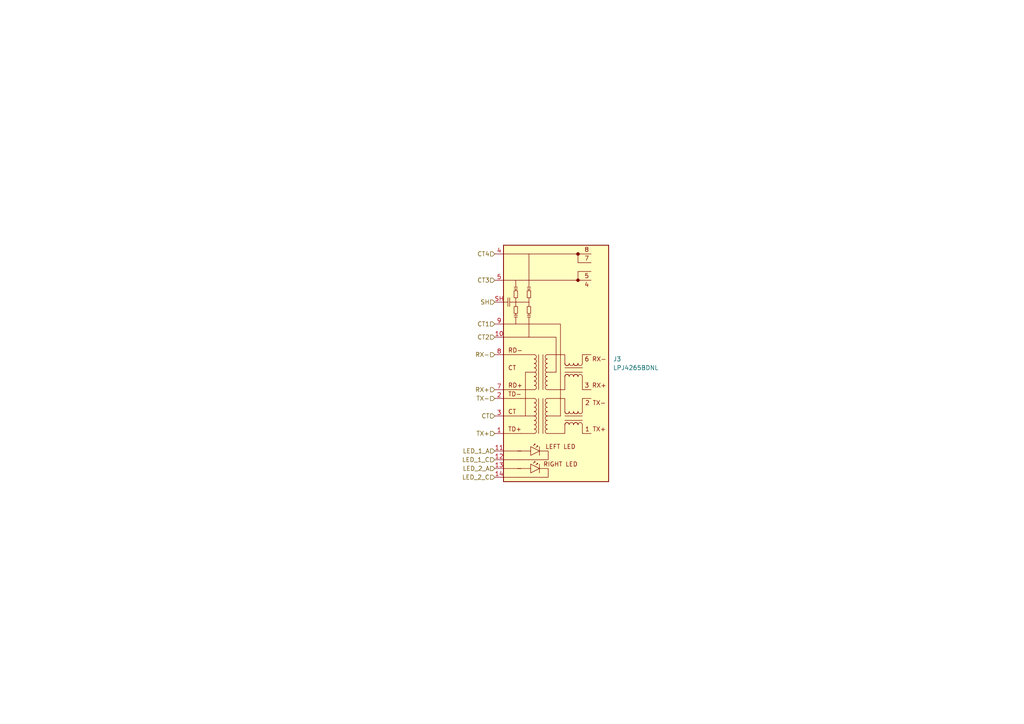
<source format=kicad_sch>
(kicad_sch (version 20211123) (generator eeschema)

  (uuid 1895faed-13c7-4877-930c-ef39a1d7419c)

  (paper "A4")

  (lib_symbols
    (symbol "b135:LPJ4265BDNL" (pin_names (offset 1.016) hide) (in_bom yes) (on_board yes)
      (property "Reference" "J" (id 0) (at 0 -38.1 0)
        (effects (font (size 1.27 1.27)))
      )
      (property "Value" "LPJ4265BDNL" (id 1) (at 0 -35.56 0)
        (effects (font (size 1.27 1.27)))
      )
      (property "Footprint" "b135:LPJ4265BDNL" (id 2) (at 0 35.56 0)
        (effects (font (size 1.27 1.27)) hide)
      )
      (property "Datasheet" "" (id 3) (at -3.81 -21.59 0)
        (effects (font (size 1.27 1.27)) hide)
      )
      (property "ki_keywords" "single port ethernet transformer poe center-tap" (id 4) (at 0 0 0)
        (effects (font (size 1.27 1.27)) hide)
      )
      (property "ki_description" "LPJ4265BDNL" (id 5) (at 0 0 0)
        (effects (font (size 1.27 1.27)) hide)
      )
      (property "ki_fp_filters" "RJ45*Abracon*ARJP11A?MA*" (id 6) (at 0 0 0)
        (effects (font (size 1.27 1.27)) hide)
      )
      (symbol "LPJ4265BDNL_0_0"
        (rectangle (start -15.24 -34.29) (end 15.24 34.29)
          (stroke (width 0.254) (type default) (color 0 0 0 0))
          (fill (type background))
        )
        (polyline
          (pts
            (xy -15.24 -33.02)
            (xy -10.16 -33.02)
          )
          (stroke (width 0) (type default) (color 0 0 0 0))
          (fill (type none))
        )
        (polyline
          (pts
            (xy -15.24 -30.48)
            (xy -10.16 -30.48)
          )
          (stroke (width 0) (type default) (color 0 0 0 0))
          (fill (type none))
        )
        (polyline
          (pts
            (xy -15.24 -27.94)
            (xy -10.16 -27.94)
          )
          (stroke (width 0) (type default) (color 0 0 0 0))
          (fill (type none))
        )
        (polyline
          (pts
            (xy -15.24 -25.4)
            (xy -10.16 -25.4)
          )
          (stroke (width 0) (type default) (color 0 0 0 0))
          (fill (type none))
        )
        (polyline
          (pts
            (xy -15.24 -20.32)
            (xy -10.16 -20.32)
          )
          (stroke (width 0) (type default) (color 0 0 0 0))
          (fill (type none))
        )
        (polyline
          (pts
            (xy -15.24 -15.24)
            (xy -10.16 -15.24)
          )
          (stroke (width 0) (type default) (color 0 0 0 0))
          (fill (type none))
        )
        (polyline
          (pts
            (xy -15.24 -10.16)
            (xy -10.16 -10.16)
          )
          (stroke (width 0) (type default) (color 0 0 0 0))
          (fill (type none))
        )
        (polyline
          (pts
            (xy -15.24 -7.62)
            (xy -10.16 -7.62)
          )
          (stroke (width 0) (type default) (color 0 0 0 0))
          (fill (type none))
        )
        (polyline
          (pts
            (xy -15.24 2.54)
            (xy -10.16 2.54)
          )
          (stroke (width 0) (type default) (color 0 0 0 0))
          (fill (type none))
        )
        (polyline
          (pts
            (xy -15.24 24.13)
            (xy 10.16 24.13)
          )
          (stroke (width 0) (type default) (color 0 0 0 0))
          (fill (type none))
        )
        (polyline
          (pts
            (xy -15.24 31.75)
            (xy 10.16 31.75)
          )
          (stroke (width 0) (type default) (color 0 0 0 0))
          (fill (type none))
        )
        (polyline
          (pts
            (xy -11.176 -25.4)
            (xy -7.366 -25.4)
          )
          (stroke (width 0) (type default) (color 0 0 0 0))
          (fill (type none))
        )
        (polyline
          (pts
            (xy 6.35 24.13)
            (xy 6.35 26.67)
            (xy 10.16 26.67)
          )
          (stroke (width 0) (type default) (color 0 0 0 0))
          (fill (type none))
        )
        (polyline
          (pts
            (xy 6.35 31.75)
            (xy 6.35 29.21)
            (xy 10.16 29.21)
          )
          (stroke (width 0) (type default) (color 0 0 0 0))
          (fill (type none))
        )
        (polyline
          (pts
            (xy -4.826 -25.4)
            (xy -2.286 -25.4)
            (xy -2.286 -27.94)
            (xy -11.176 -27.94)
          )
          (stroke (width 0) (type default) (color 0 0 0 0))
          (fill (type none))
        )
        (text "1 TX+" (at 11.43 -19.05 0)
          (effects (font (size 1.27 1.27)))
        )
        (text "2 TX-" (at 11.43 -11.43 0)
          (effects (font (size 1.27 1.27)))
        )
        (text "3 RX+" (at 11.43 -6.35 0)
          (effects (font (size 1.27 1.27)))
        )
        (text "4" (at 8.89 22.86 0)
          (effects (font (size 1.27 1.27)))
        )
        (text "5" (at 8.89 25.4 0)
          (effects (font (size 1.27 1.27)))
        )
        (text "6 RX-" (at 11.43 1.27 0)
          (effects (font (size 1.27 1.27)))
        )
        (text "7" (at 8.89 30.48 0)
          (effects (font (size 1.27 1.27)))
        )
        (text "8" (at 8.89 33.02 0)
          (effects (font (size 1.27 1.27)))
        )
        (text "CT" (at -13.97 -1.27 0)
          (effects (font (size 1.27 1.27)) (justify left))
        )
        (text "LEFT LED" (at 1.27 -24.13 0)
          (effects (font (size 1.27 1.27)))
        )
        (text "RD-" (at -13.97 3.81 0)
          (effects (font (size 1.27 1.27)) (justify left))
        )
      )
      (symbol "LPJ4265BDNL_0_1"
        (arc (start -6.35 -16.51) (mid -5.715 -15.875) (end -6.35 -15.24)
          (stroke (width 0) (type default) (color 0 0 0 0))
          (fill (type none))
        )
        (arc (start -6.35 -15.24) (mid -5.715 -14.605) (end -6.35 -13.97)
          (stroke (width 0) (type default) (color 0 0 0 0))
          (fill (type none))
        )
        (arc (start -6.35 -13.97) (mid -6.35 -16.51) (end -6.35 -13.97)
          (stroke (width 0) (type default) (color 0 0 0 0))
          (fill (type none))
        )
        (arc (start -6.35 -11.43) (mid -5.715 -10.795) (end -6.35 -10.16)
          (stroke (width 0) (type default) (color 0 0 0 0))
          (fill (type none))
        )
        (polyline
          (pts
            (xy -15.24 17.78)
            (xy -13.97 17.78)
          )
          (stroke (width 0) (type default) (color 0 0 0 0))
          (fill (type none))
        )
        (polyline
          (pts
            (xy -13.97 19.05)
            (xy -13.97 16.51)
          )
          (stroke (width 0) (type default) (color 0 0 0 0))
          (fill (type none))
        )
        (polyline
          (pts
            (xy -13.462 17.78)
            (xy -7.874 17.78)
          )
          (stroke (width 0) (type default) (color 0 0 0 0))
          (fill (type none))
        )
        (polyline
          (pts
            (xy -13.462 19.05)
            (xy -13.462 16.51)
          )
          (stroke (width 0) (type default) (color 0 0 0 0))
          (fill (type none))
        )
        (polyline
          (pts
            (xy -12.192 22.098)
            (xy -11.176 22.098)
          )
          (stroke (width 0) (type default) (color 0 0 0 0))
          (fill (type none))
        )
        (polyline
          (pts
            (xy -11.684 13.462)
            (xy -11.684 11.43)
          )
          (stroke (width 0) (type default) (color 0 0 0 0))
          (fill (type none))
        )
        (polyline
          (pts
            (xy -11.684 22.098)
            (xy -11.684 24.13)
          )
          (stroke (width 0) (type default) (color 0 0 0 0))
          (fill (type none))
        )
        (polyline
          (pts
            (xy -11.176 13.462)
            (xy -12.192 13.462)
          )
          (stroke (width 0) (type default) (color 0 0 0 0))
          (fill (type none))
        )
        (polyline
          (pts
            (xy -8.382 22.098)
            (xy -7.366 22.098)
          )
          (stroke (width 0) (type default) (color 0 0 0 0))
          (fill (type none))
        )
        (polyline
          (pts
            (xy -7.874 13.462)
            (xy -7.874 7.62)
          )
          (stroke (width 0) (type default) (color 0 0 0 0))
          (fill (type none))
        )
        (polyline
          (pts
            (xy -7.874 22.098)
            (xy -7.874 31.75)
          )
          (stroke (width 0) (type default) (color 0 0 0 0))
          (fill (type none))
        )
        (polyline
          (pts
            (xy -7.366 13.462)
            (xy -8.382 13.462)
          )
          (stroke (width 0) (type default) (color 0 0 0 0))
          (fill (type none))
        )
        (polyline
          (pts
            (xy -6.35 -20.32)
            (xy -10.16 -20.32)
          )
          (stroke (width 0) (type default) (color 0 0 0 0))
          (fill (type none))
        )
        (polyline
          (pts
            (xy -6.35 -15.24)
            (xy -10.16 -15.24)
          )
          (stroke (width 0) (type default) (color 0 0 0 0))
          (fill (type none))
        )
        (polyline
          (pts
            (xy -6.35 -10.16)
            (xy -10.16 -10.16)
          )
          (stroke (width 0) (type default) (color 0 0 0 0))
          (fill (type none))
        )
        (polyline
          (pts
            (xy -6.35 -7.62)
            (xy -10.16 -7.62)
          )
          (stroke (width 0) (type default) (color 0 0 0 0))
          (fill (type none))
        )
        (polyline
          (pts
            (xy -6.35 2.54)
            (xy -10.16 2.54)
          )
          (stroke (width 0) (type default) (color 0 0 0 0))
          (fill (type none))
        )
        (polyline
          (pts
            (xy -6.096 -28.448)
            (xy -6.35 -28.448)
          )
          (stroke (width 0) (type default) (color 0 0 0 0))
          (fill (type none))
        )
        (polyline
          (pts
            (xy -5.334 -28.956)
            (xy -5.588 -28.956)
          )
          (stroke (width 0) (type default) (color 0 0 0 0))
          (fill (type none))
        )
        (polyline
          (pts
            (xy -4.826 -24.13)
            (xy -4.826 -26.67)
          )
          (stroke (width 0) (type default) (color 0 0 0 0))
          (fill (type none))
        )
        (polyline
          (pts
            (xy -2.54 -15.24)
            (xy 1.27 -15.24)
          )
          (stroke (width 0) (type default) (color 0 0 0 0))
          (fill (type none))
        )
        (polyline
          (pts
            (xy -6.604 -28.956)
            (xy -6.096 -28.448)
            (xy -6.096 -28.702)
          )
          (stroke (width 0) (type default) (color 0 0 0 0))
          (fill (type none))
        )
        (polyline
          (pts
            (xy -6.35 -2.54)
            (xy -8.89 -2.54)
            (xy -8.89 -15.24)
          )
          (stroke (width 0) (type default) (color 0 0 0 0))
          (fill (type none))
        )
        (polyline
          (pts
            (xy -5.842 -29.464)
            (xy -5.334 -28.956)
            (xy -5.334 -29.21)
          )
          (stroke (width 0) (type default) (color 0 0 0 0))
          (fill (type none))
        )
        (polyline
          (pts
            (xy -2.54 -2.54)
            (xy -1.27 -2.54)
            (xy 0 -2.54)
          )
          (stroke (width 0) (type default) (color 0 0 0 0))
          (fill (type none))
        )
        (polyline
          (pts
            (xy 0 -2.54)
            (xy 0 7.62)
            (xy -15.24 7.62)
          )
          (stroke (width 0) (type default) (color 0 0 0 0))
          (fill (type none))
        )
        (polyline
          (pts
            (xy 1.27 -15.24)
            (xy 1.27 11.43)
            (xy -15.24 11.43)
          )
          (stroke (width 0) (type default) (color 0 0 0 0))
          (fill (type none))
        )
        (polyline
          (pts
            (xy -11.684 14.478)
            (xy -11.684 13.97)
            (xy -12.192 13.97)
            (xy -11.176 13.97)
          )
          (stroke (width 0) (type default) (color 0 0 0 0))
          (fill (type none))
        )
        (polyline
          (pts
            (xy -11.684 21.082)
            (xy -11.684 21.59)
            (xy -11.176 21.59)
            (xy -12.192 21.59)
          )
          (stroke (width 0) (type default) (color 0 0 0 0))
          (fill (type none))
        )
        (polyline
          (pts
            (xy -7.874 14.478)
            (xy -7.874 13.97)
            (xy -8.382 13.97)
            (xy -7.366 13.97)
          )
          (stroke (width 0) (type default) (color 0 0 0 0))
          (fill (type none))
        )
        (polyline
          (pts
            (xy -7.874 21.082)
            (xy -7.874 21.59)
            (xy -7.366 21.59)
            (xy -8.382 21.59)
          )
          (stroke (width 0) (type default) (color 0 0 0 0))
          (fill (type none))
        )
        (polyline
          (pts
            (xy -7.366 -24.13)
            (xy -7.366 -26.67)
            (xy -4.826 -25.4)
            (xy -7.366 -24.13)
          )
          (stroke (width 0) (type default) (color 0 0 0 0))
          (fill (type none))
        )
        (polyline
          (pts
            (xy -11.684 17.78)
            (xy -11.684 16.51)
            (xy -11.176 16.51)
            (xy -11.176 14.478)
            (xy -12.192 14.478)
            (xy -12.192 16.51)
            (xy -11.684 16.51)
          )
          (stroke (width 0) (type default) (color 0 0 0 0))
          (fill (type none))
        )
        (polyline
          (pts
            (xy -11.684 17.78)
            (xy -11.684 19.05)
            (xy -12.192 19.05)
            (xy -12.192 21.082)
            (xy -11.176 21.082)
            (xy -11.176 19.05)
            (xy -11.684 19.05)
          )
          (stroke (width 0) (type default) (color 0 0 0 0))
          (fill (type none))
        )
        (polyline
          (pts
            (xy -7.874 17.78)
            (xy -7.874 16.51)
            (xy -7.366 16.51)
            (xy -7.366 14.478)
            (xy -8.382 14.478)
            (xy -8.382 16.51)
            (xy -7.874 16.51)
          )
          (stroke (width 0) (type default) (color 0 0 0 0))
          (fill (type none))
        )
        (polyline
          (pts
            (xy -7.874 17.78)
            (xy -7.874 19.05)
            (xy -8.382 19.05)
            (xy -8.382 21.082)
            (xy -7.366 21.082)
            (xy -7.366 19.05)
            (xy -7.874 19.05)
          )
          (stroke (width 0) (type default) (color 0 0 0 0))
          (fill (type none))
        )
      )
      (symbol "LPJ4265BDNL_1_1"
        (arc (start -6.35 -20.32) (mid -5.715 -19.685) (end -6.35 -19.05)
          (stroke (width 0) (type default) (color 0 0 0 0))
          (fill (type none))
        )
        (arc (start -6.35 -19.05) (mid -5.715 -18.415) (end -6.35 -17.78)
          (stroke (width 0) (type default) (color 0 0 0 0))
          (fill (type none))
        )
        (arc (start -6.35 -17.78) (mid -6.35 -20.32) (end -6.35 -17.78)
          (stroke (width 0) (type default) (color 0 0 0 0))
          (fill (type none))
        )
        (arc (start -6.35 -17.78) (mid -5.715 -17.145) (end -6.35 -16.51)
          (stroke (width 0) (type default) (color 0 0 0 0))
          (fill (type none))
        )
        (arc (start -6.35 -13.97) (mid -5.715 -13.335) (end -6.35 -12.7)
          (stroke (width 0) (type default) (color 0 0 0 0))
          (fill (type none))
        )
        (arc (start -6.35 -12.7) (mid -5.715 -12.065) (end -6.35 -11.43)
          (stroke (width 0) (type default) (color 0 0 0 0))
          (fill (type none))
        )
        (arc (start -6.35 -7.62) (mid -5.715 -6.985) (end -6.35 -6.35)
          (stroke (width 0) (type default) (color 0 0 0 0))
          (fill (type none))
        )
        (arc (start -6.35 -6.35) (mid -5.715 -5.715) (end -6.35 -5.08)
          (stroke (width 0) (type default) (color 0 0 0 0))
          (fill (type none))
        )
        (arc (start -6.35 -5.08) (mid -6.35 -7.62) (end -6.35 -5.08)
          (stroke (width 0) (type default) (color 0 0 0 0))
          (fill (type none))
        )
        (arc (start -6.35 -5.08) (mid -5.715 -4.445) (end -6.35 -3.81)
          (stroke (width 0) (type default) (color 0 0 0 0))
          (fill (type none))
        )
        (arc (start -6.35 -3.81) (mid -6.35 -6.35) (end -6.35 -3.81)
          (stroke (width 0) (type default) (color 0 0 0 0))
          (fill (type none))
        )
        (arc (start -6.35 -3.81) (mid -5.715 -3.175) (end -6.35 -2.54)
          (stroke (width 0) (type default) (color 0 0 0 0))
          (fill (type none))
        )
        (arc (start -6.35 -2.54) (mid -5.715 -1.905) (end -6.35 -1.27)
          (stroke (width 0) (type default) (color 0 0 0 0))
          (fill (type none))
        )
        (arc (start -6.35 -1.27) (mid -5.715 -0.635) (end -6.35 0)
          (stroke (width 0) (type default) (color 0 0 0 0))
          (fill (type none))
        )
        (arc (start -6.35 0) (mid -5.715 0.635) (end -6.35 1.27)
          (stroke (width 0) (type default) (color 0 0 0 0))
          (fill (type none))
        )
        (arc (start -6.35 1.27) (mid -6.35 -1.27) (end -6.35 1.27)
          (stroke (width 0) (type default) (color 0 0 0 0))
          (fill (type none))
        )
        (arc (start -6.35 1.27) (mid -5.715 1.905) (end -6.35 2.54)
          (stroke (width 0) (type default) (color 0 0 0 0))
          (fill (type none))
        )
        (arc (start -2.54 -19.05) (mid -3.175 -19.685) (end -2.54 -20.32)
          (stroke (width 0) (type default) (color 0 0 0 0))
          (fill (type none))
        )
        (arc (start -2.54 -19.05) (mid -2.54 -16.51) (end -2.54 -19.05)
          (stroke (width 0) (type default) (color 0 0 0 0))
          (fill (type none))
        )
        (arc (start -2.54 -17.78) (mid -3.175 -18.415) (end -2.54 -19.05)
          (stroke (width 0) (type default) (color 0 0 0 0))
          (fill (type none))
        )
        (arc (start -2.54 -16.51) (mid -3.175 -17.145) (end -2.54 -17.78)
          (stroke (width 0) (type default) (color 0 0 0 0))
          (fill (type none))
        )
        (arc (start -2.54 -15.24) (mid -3.175 -15.875) (end -2.54 -16.51)
          (stroke (width 0) (type default) (color 0 0 0 0))
          (fill (type none))
        )
        (arc (start -2.54 -15.24) (mid -2.54 -12.7) (end -2.54 -15.24)
          (stroke (width 0) (type default) (color 0 0 0 0))
          (fill (type none))
        )
        (arc (start -2.54 -13.97) (mid -3.175 -14.605) (end -2.54 -15.24)
          (stroke (width 0) (type default) (color 0 0 0 0))
          (fill (type none))
        )
        (arc (start -2.54 -12.7) (mid -3.175 -13.335) (end -2.54 -13.97)
          (stroke (width 0) (type default) (color 0 0 0 0))
          (fill (type none))
        )
        (arc (start -2.54 -11.43) (mid -3.175 -12.065) (end -2.54 -12.7)
          (stroke (width 0) (type default) (color 0 0 0 0))
          (fill (type none))
        )
        (arc (start -2.54 -10.16) (mid -3.175 -10.795) (end -2.54 -11.43)
          (stroke (width 0) (type default) (color 0 0 0 0))
          (fill (type none))
        )
        (arc (start -2.54 -6.35) (mid -3.175 -6.985) (end -2.54 -7.62)
          (stroke (width 0) (type default) (color 0 0 0 0))
          (fill (type none))
        )
        (arc (start -2.54 -6.35) (mid -2.54 -3.81) (end -2.54 -6.35)
          (stroke (width 0) (type default) (color 0 0 0 0))
          (fill (type none))
        )
        (arc (start -2.54 -5.08) (mid -3.175 -5.715) (end -2.54 -6.35)
          (stroke (width 0) (type default) (color 0 0 0 0))
          (fill (type none))
        )
        (arc (start -2.54 -3.81) (mid -3.175 -4.445) (end -2.54 -5.08)
          (stroke (width 0) (type default) (color 0 0 0 0))
          (fill (type none))
        )
        (arc (start -2.54 -3.81) (mid -2.54 -1.27) (end -2.54 -3.81)
          (stroke (width 0) (type default) (color 0 0 0 0))
          (fill (type none))
        )
        (arc (start -2.54 -2.54) (mid -3.175 -3.175) (end -2.54 -3.81)
          (stroke (width 0) (type default) (color 0 0 0 0))
          (fill (type none))
        )
        (arc (start -2.54 -1.27) (mid -3.175 -1.905) (end -2.54 -2.54)
          (stroke (width 0) (type default) (color 0 0 0 0))
          (fill (type none))
        )
        (arc (start -2.54 0) (mid -3.175 -0.635) (end -2.54 -1.27)
          (stroke (width 0) (type default) (color 0 0 0 0))
          (fill (type none))
        )
        (arc (start -2.54 0) (mid -2.54 2.54) (end -2.54 0)
          (stroke (width 0) (type default) (color 0 0 0 0))
          (fill (type none))
        )
        (arc (start -2.54 1.27) (mid -3.175 0.635) (end -2.54 0)
          (stroke (width 0) (type default) (color 0 0 0 0))
          (fill (type none))
        )
        (arc (start -2.54 2.54) (mid -3.175 1.905) (end -2.54 1.27)
          (stroke (width 0) (type default) (color 0 0 0 0))
          (fill (type none))
        )
        (polyline
          (pts
            (xy -11.176 -30.48)
            (xy -7.366 -30.48)
          )
          (stroke (width 0) (type default) (color 0 0 0 0))
          (fill (type none))
        )
        (polyline
          (pts
            (xy -6.096 -23.368)
            (xy -6.35 -23.368)
          )
          (stroke (width 0) (type default) (color 0 0 0 0))
          (fill (type none))
        )
        (polyline
          (pts
            (xy -5.334 -23.876)
            (xy -5.588 -23.876)
          )
          (stroke (width 0) (type default) (color 0 0 0 0))
          (fill (type none))
        )
        (polyline
          (pts
            (xy -5.08 -10.16)
            (xy -5.08 -20.32)
          )
          (stroke (width 0) (type default) (color 0 0 0 0))
          (fill (type none))
        )
        (polyline
          (pts
            (xy -5.08 2.54)
            (xy -5.08 -7.62)
          )
          (stroke (width 0) (type default) (color 0 0 0 0))
          (fill (type none))
        )
        (polyline
          (pts
            (xy -4.826 -29.21)
            (xy -4.826 -31.75)
          )
          (stroke (width 0) (type default) (color 0 0 0 0))
          (fill (type none))
        )
        (polyline
          (pts
            (xy -3.81 -20.32)
            (xy -3.81 -10.16)
          )
          (stroke (width 0) (type default) (color 0 0 0 0))
          (fill (type none))
        )
        (polyline
          (pts
            (xy -3.81 -7.62)
            (xy -3.81 2.54)
          )
          (stroke (width 0) (type default) (color 0 0 0 0))
          (fill (type none))
        )
        (polyline
          (pts
            (xy 2.54 -16.51)
            (xy 7.62 -16.51)
          )
          (stroke (width 0) (type default) (color 0 0 0 0))
          (fill (type none))
        )
        (polyline
          (pts
            (xy 2.54 -2.54)
            (xy 7.62 -2.54)
          )
          (stroke (width 0) (type default) (color 0 0 0 0))
          (fill (type none))
        )
        (polyline
          (pts
            (xy 7.62 -15.24)
            (xy 2.54 -15.24)
          )
          (stroke (width 0) (type default) (color 0 0 0 0))
          (fill (type none))
        )
        (polyline
          (pts
            (xy 7.62 -1.27)
            (xy 2.54 -1.27)
          )
          (stroke (width 0) (type default) (color 0 0 0 0))
          (fill (type none))
        )
        (polyline
          (pts
            (xy -6.604 -23.876)
            (xy -6.096 -23.368)
            (xy -6.096 -23.622)
          )
          (stroke (width 0) (type default) (color 0 0 0 0))
          (fill (type none))
        )
        (polyline
          (pts
            (xy -5.842 -24.384)
            (xy -5.334 -23.876)
            (xy -5.334 -24.13)
          )
          (stroke (width 0) (type default) (color 0 0 0 0))
          (fill (type none))
        )
        (polyline
          (pts
            (xy -2.54 -10.16)
            (xy 2.54 -10.16)
            (xy 2.54 -13.97)
          )
          (stroke (width 0) (type default) (color 0 0 0 0))
          (fill (type none))
        )
        (polyline
          (pts
            (xy -2.54 -7.62)
            (xy 2.54 -7.62)
            (xy 2.54 -3.81)
          )
          (stroke (width 0) (type default) (color 0 0 0 0))
          (fill (type none))
        )
        (polyline
          (pts
            (xy -2.54 2.54)
            (xy 2.54 2.54)
            (xy 2.54 0)
          )
          (stroke (width 0) (type default) (color 0 0 0 0))
          (fill (type none))
        )
        (polyline
          (pts
            (xy 2.54 -17.78)
            (xy 2.54 -20.32)
            (xy -2.54 -20.32)
          )
          (stroke (width 0) (type default) (color 0 0 0 0))
          (fill (type none))
        )
        (polyline
          (pts
            (xy 7.62 -17.78)
            (xy 7.62 -20.32)
            (xy 10.16 -20.32)
          )
          (stroke (width 0) (type default) (color 0 0 0 0))
          (fill (type none))
        )
        (polyline
          (pts
            (xy 7.62 -13.97)
            (xy 7.62 -10.16)
            (xy 10.16 -10.16)
          )
          (stroke (width 0) (type default) (color 0 0 0 0))
          (fill (type none))
        )
        (polyline
          (pts
            (xy 7.62 -3.81)
            (xy 7.62 -7.62)
            (xy 10.16 -7.62)
          )
          (stroke (width 0) (type default) (color 0 0 0 0))
          (fill (type none))
        )
        (polyline
          (pts
            (xy 7.62 0)
            (xy 7.62 2.54)
            (xy 10.16 2.54)
          )
          (stroke (width 0) (type default) (color 0 0 0 0))
          (fill (type none))
        )
        (polyline
          (pts
            (xy -7.366 -29.21)
            (xy -7.366 -31.75)
            (xy -4.826 -30.48)
            (xy -7.366 -29.21)
          )
          (stroke (width 0) (type default) (color 0 0 0 0))
          (fill (type none))
        )
        (polyline
          (pts
            (xy -4.826 -30.48)
            (xy -2.286 -30.48)
            (xy -2.286 -33.02)
            (xy -11.176 -33.02)
          )
          (stroke (width 0) (type default) (color 0 0 0 0))
          (fill (type none))
        )
        (arc (start 2.54 -17.78) (mid 5.08 -17.78) (end 2.54 -17.78)
          (stroke (width 0) (type default) (color 0 0 0 0))
          (fill (type none))
        )
        (arc (start 2.54 -13.97) (mid 3.175 -14.605) (end 3.81 -13.97)
          (stroke (width 0) (type default) (color 0 0 0 0))
          (fill (type none))
        )
        (arc (start 2.54 -13.97) (mid 3.175 -14.605) (end 3.81 -13.97)
          (stroke (width 0) (type default) (color 0 0 0 0))
          (fill (type none))
        )
        (arc (start 2.54 -3.81) (mid 5.08 -3.81) (end 2.54 -3.81)
          (stroke (width 0) (type default) (color 0 0 0 0))
          (fill (type none))
        )
        (arc (start 2.54 0) (mid 3.175 -0.635) (end 3.81 0)
          (stroke (width 0) (type default) (color 0 0 0 0))
          (fill (type none))
        )
        (arc (start 2.54 0) (mid 3.175 -0.635) (end 3.81 0)
          (stroke (width 0) (type default) (color 0 0 0 0))
          (fill (type none))
        )
        (arc (start 3.81 -17.78) (mid 3.175 -17.145) (end 2.54 -17.78)
          (stroke (width 0) (type default) (color 0 0 0 0))
          (fill (type none))
        )
        (arc (start 3.81 -17.78) (mid 3.175 -17.145) (end 2.54 -17.78)
          (stroke (width 0) (type default) (color 0 0 0 0))
          (fill (type none))
        )
        (arc (start 3.81 -13.97) (mid 1.27 -13.97) (end 3.81 -13.97)
          (stroke (width 0) (type default) (color 0 0 0 0))
          (fill (type none))
        )
        (arc (start 3.81 -13.97) (mid 4.445 -14.605) (end 5.08 -13.97)
          (stroke (width 0) (type default) (color 0 0 0 0))
          (fill (type none))
        )
        (arc (start 3.81 -3.81) (mid 3.175 -3.175) (end 2.54 -3.81)
          (stroke (width 0) (type default) (color 0 0 0 0))
          (fill (type none))
        )
        (arc (start 3.81 -3.81) (mid 3.175 -3.175) (end 2.54 -3.81)
          (stroke (width 0) (type default) (color 0 0 0 0))
          (fill (type none))
        )
        (arc (start 3.81 0) (mid 1.27 0) (end 3.81 0)
          (stroke (width 0) (type default) (color 0 0 0 0))
          (fill (type none))
        )
        (arc (start 3.81 0) (mid 4.445 -0.635) (end 5.08 0)
          (stroke (width 0) (type default) (color 0 0 0 0))
          (fill (type none))
        )
        (arc (start 5.08 -17.78) (mid 4.445 -17.145) (end 3.81 -17.78)
          (stroke (width 0) (type default) (color 0 0 0 0))
          (fill (type none))
        )
        (arc (start 5.08 -17.78) (mid 7.62 -17.78) (end 5.08 -17.78)
          (stroke (width 0) (type default) (color 0 0 0 0))
          (fill (type none))
        )
        (arc (start 5.08 -13.97) (mid 5.715 -14.605) (end 6.35 -13.97)
          (stroke (width 0) (type default) (color 0 0 0 0))
          (fill (type none))
        )
        (arc (start 5.08 -13.97) (mid 5.715 -14.605) (end 6.35 -13.97)
          (stroke (width 0) (type default) (color 0 0 0 0))
          (fill (type none))
        )
        (arc (start 5.08 -3.81) (mid 4.445 -3.175) (end 3.81 -3.81)
          (stroke (width 0) (type default) (color 0 0 0 0))
          (fill (type none))
        )
        (arc (start 5.08 -3.81) (mid 7.62 -3.81) (end 5.08 -3.81)
          (stroke (width 0) (type default) (color 0 0 0 0))
          (fill (type none))
        )
        (arc (start 5.08 0) (mid 5.715 -0.635) (end 6.35 0)
          (stroke (width 0) (type default) (color 0 0 0 0))
          (fill (type none))
        )
        (arc (start 5.08 0) (mid 5.715 -0.635) (end 6.35 0)
          (stroke (width 0) (type default) (color 0 0 0 0))
          (fill (type none))
        )
        (arc (start 6.35 -17.78) (mid 5.715 -17.145) (end 5.08 -17.78)
          (stroke (width 0) (type default) (color 0 0 0 0))
          (fill (type none))
        )
        (arc (start 6.35 -17.78) (mid 5.715 -17.145) (end 5.08 -17.78)
          (stroke (width 0) (type default) (color 0 0 0 0))
          (fill (type none))
        )
        (arc (start 6.35 -13.97) (mid 3.81 -13.97) (end 6.35 -13.97)
          (stroke (width 0) (type default) (color 0 0 0 0))
          (fill (type none))
        )
        (arc (start 6.35 -13.97) (mid 6.985 -14.605) (end 7.62 -13.97)
          (stroke (width 0) (type default) (color 0 0 0 0))
          (fill (type none))
        )
        (arc (start 6.35 -3.81) (mid 5.715 -3.175) (end 5.08 -3.81)
          (stroke (width 0) (type default) (color 0 0 0 0))
          (fill (type none))
        )
        (arc (start 6.35 -3.81) (mid 5.715 -3.175) (end 5.08 -3.81)
          (stroke (width 0) (type default) (color 0 0 0 0))
          (fill (type none))
        )
        (arc (start 6.35 0) (mid 3.81 0) (end 6.35 0)
          (stroke (width 0) (type default) (color 0 0 0 0))
          (fill (type none))
        )
        (arc (start 6.35 0) (mid 6.985 -0.635) (end 7.62 0)
          (stroke (width 0) (type default) (color 0 0 0 0))
          (fill (type none))
        )
        (circle (center 6.35 24.13) (radius 0.0001)
          (stroke (width 0.508) (type default) (color 0 0 0 0))
          (fill (type none))
        )
        (circle (center 6.35 31.75) (radius 0.0001)
          (stroke (width 0.508) (type default) (color 0 0 0 0))
          (fill (type none))
        )
        (arc (start 7.62 -17.78) (mid 6.985 -17.145) (end 6.35 -17.78)
          (stroke (width 0) (type default) (color 0 0 0 0))
          (fill (type none))
        )
        (arc (start 7.62 -3.81) (mid 6.985 -3.175) (end 6.35 -3.81)
          (stroke (width 0) (type default) (color 0 0 0 0))
          (fill (type none))
        )
        (text "CT" (at -13.97 -13.97 0)
          (effects (font (size 1.27 1.27)) (justify left))
        )
        (text "RD+" (at -13.97 -6.35 0)
          (effects (font (size 1.27 1.27)) (justify left))
        )
        (text "RIGHT LED" (at 1.27 -29.21 0)
          (effects (font (size 1.27 1.27)))
        )
        (text "TD+" (at -13.97 -19.05 0)
          (effects (font (size 1.27 1.27)) (justify left))
        )
        (text "TD-" (at -13.97 -8.89 0)
          (effects (font (size 1.27 1.27)) (justify left))
        )
        (pin passive line (at -17.78 -20.32 0) (length 2.54)
          (name "TD+" (effects (font (size 1.27 1.27))))
          (number "1" (effects (font (size 1.27 1.27))))
        )
        (pin passive line (at -17.78 7.62 0) (length 2.54)
          (name "10" (effects (font (size 1.27 1.27))))
          (number "10" (effects (font (size 1.27 1.27))))
        )
        (pin passive line (at -17.78 -25.4 0) (length 2.54)
          (name "LLED+" (effects (font (size 1.27 1.27))))
          (number "11" (effects (font (size 1.27 1.27))))
        )
        (pin passive line (at -17.78 -27.94 0) (length 2.54)
          (name "LLED-" (effects (font (size 1.27 1.27))))
          (number "12" (effects (font (size 1.27 1.27))))
        )
        (pin passive line (at -17.78 -30.48 0) (length 2.54)
          (name "RLED+" (effects (font (size 1.27 1.27))))
          (number "13" (effects (font (size 1.27 1.27))))
        )
        (pin passive line (at -17.78 -33.02 0) (length 2.54)
          (name "RLED-" (effects (font (size 1.27 1.27))))
          (number "14" (effects (font (size 1.27 1.27))))
        )
        (pin passive line (at -17.78 -10.16 0) (length 2.54)
          (name "TD-" (effects (font (size 1.27 1.27))))
          (number "2" (effects (font (size 1.27 1.27))))
        )
        (pin passive line (at -17.78 -15.24 0) (length 2.54)
          (name "CT" (effects (font (size 1.27 1.27))))
          (number "3" (effects (font (size 1.27 1.27))))
        )
        (pin passive line (at -17.78 31.75 0) (length 2.54)
          (name "4" (effects (font (size 1.27 1.27))))
          (number "4" (effects (font (size 1.27 1.27))))
        )
        (pin passive line (at -17.78 24.13 0) (length 2.54)
          (name "5" (effects (font (size 1.27 1.27))))
          (number "5" (effects (font (size 1.27 1.27))))
        )
        (pin passive line (at -17.78 -7.62 0) (length 2.54)
          (name "RD+" (effects (font (size 1.27 1.27))))
          (number "7" (effects (font (size 1.27 1.27))))
        )
        (pin passive line (at -17.78 2.54 0) (length 2.54)
          (name "RD-" (effects (font (size 1.27 1.27))))
          (number "8" (effects (font (size 1.27 1.27))))
        )
        (pin passive line (at -17.78 11.43 0) (length 2.54)
          (name "9" (effects (font (size 1.27 1.27))))
          (number "9" (effects (font (size 1.27 1.27))))
        )
        (pin passive line (at -17.78 17.78 0) (length 2.54)
          (name "SH" (effects (font (size 1.27 1.27))))
          (number "SH" (effects (font (size 1.27 1.27))))
        )
      )
    )
  )


  (hierarchical_label "CT2" (shape input) (at 143.51 97.79 180)
    (effects (font (size 1.27 1.27)) (justify right))
    (uuid 30266ab0-281d-4116-9386-19fe3cb28ed3)
  )
  (hierarchical_label "CT1" (shape input) (at 143.51 93.98 180)
    (effects (font (size 1.27 1.27)) (justify right))
    (uuid 44f9dd96-6ca5-4fa7-8997-8fbb02441ff1)
  )
  (hierarchical_label "CT4" (shape input) (at 143.51 73.66 180)
    (effects (font (size 1.27 1.27)) (justify right))
    (uuid 4e79c263-7657-4b64-ae2d-8f69ff98736d)
  )
  (hierarchical_label "LED_1_C" (shape input) (at 143.51 133.35 180)
    (effects (font (size 1.27 1.27)) (justify right))
    (uuid 55b1d2ae-1c6c-4668-a7f4-27c91fc49e53)
  )
  (hierarchical_label "TX+" (shape input) (at 143.51 125.73 180)
    (effects (font (size 1.27 1.27)) (justify right))
    (uuid 70a42115-173b-4a3b-926c-a2122afb4518)
  )
  (hierarchical_label "LED_2_C" (shape input) (at 143.51 138.43 180)
    (effects (font (size 1.27 1.27)) (justify right))
    (uuid 75a59028-3f78-4d2b-86ff-e0781fb8efcf)
  )
  (hierarchical_label "LED_2_A" (shape input) (at 143.51 135.89 180)
    (effects (font (size 1.27 1.27)) (justify right))
    (uuid 8d7e20e5-47e6-4474-8c1d-cd96c0e7afd6)
  )
  (hierarchical_label "RX-" (shape input) (at 143.51 102.87 180)
    (effects (font (size 1.27 1.27)) (justify right))
    (uuid c5f1bc93-e859-40dc-beb1-64d1d76ca019)
  )
  (hierarchical_label "CT3" (shape input) (at 143.51 81.28 180)
    (effects (font (size 1.27 1.27)) (justify right))
    (uuid ca9a527e-776e-48eb-8be3-6ca29a24b221)
  )
  (hierarchical_label "LED_1_A" (shape input) (at 143.51 130.81 180)
    (effects (font (size 1.27 1.27)) (justify right))
    (uuid cc55bfcf-57eb-43d1-9121-98e2ad47033c)
  )
  (hierarchical_label "TX-" (shape input) (at 143.51 115.57 180)
    (effects (font (size 1.27 1.27)) (justify right))
    (uuid da8561d1-711c-4448-9e60-6f097e8f194d)
  )
  (hierarchical_label "SH" (shape input) (at 143.51 87.63 180)
    (effects (font (size 1.27 1.27)) (justify right))
    (uuid e70ef78d-89fc-4cd5-b92e-c8984843d02d)
  )
  (hierarchical_label "CT" (shape input) (at 143.51 120.65 180)
    (effects (font (size 1.27 1.27)) (justify right))
    (uuid f3b9193f-e353-4f41-8f56-1f41b6d3f904)
  )
  (hierarchical_label "RX+" (shape input) (at 143.51 113.03 180)
    (effects (font (size 1.27 1.27)) (justify right))
    (uuid ff3262c8-8df7-4530-8600-772881014e42)
  )

  (symbol (lib_id "b135:LPJ4265BDNL") (at 161.29 105.41 0) (unit 1)
    (in_bom yes) (on_board yes) (fields_autoplaced)
    (uuid 1e9ec294-a74b-4fdd-974b-73fe9b2595ad)
    (property "Reference" "J3" (id 0) (at 177.8 104.1399 0)
      (effects (font (size 1.27 1.27)) (justify left))
    )
    (property "Value" "LPJ4265BDNL" (id 1) (at 177.8 106.6799 0)
      (effects (font (size 1.27 1.27)) (justify left))
    )
    (property "Footprint" "b135:LPJ4265BDNL" (id 2) (at 161.29 69.85 0)
      (effects (font (size 1.27 1.27)) hide)
    )
    (property "Datasheet" "https://www.l-p.com/file/datasheet/lpj4265bdnl.pdf" (id 3) (at 157.48 127 0)
      (effects (font (size 1.27 1.27)) hide)
    )
    (property "MPN" "LPJ4265BDNL" (id 4) (at 161.29 105.41 0)
      (effects (font (size 1.27 1.27)) hide)
    )
    (pin "1" (uuid 7dffd9cd-e788-4257-bb3b-514b7a5771b7))
    (pin "10" (uuid 1f5e787c-92e7-4a91-823b-d1094bbeac66))
    (pin "11" (uuid 3e242ba5-d25d-4f52-8140-14dbf26ebc40))
    (pin "12" (uuid af1afb17-1f0a-4acb-b536-873137bfd20e))
    (pin "13" (uuid 9ab4f2c5-ccc0-4d1f-8d5e-8e60654a90e8))
    (pin "14" (uuid 4635adc1-f47d-477e-b0c5-8ad2b16f8bda))
    (pin "2" (uuid 86b9f2f1-d32b-4c7f-835a-4702f5814513))
    (pin "3" (uuid 08dd6822-09c2-4e8b-b338-624e26ad436b))
    (pin "4" (uuid 6dd664e2-4be1-4267-a19e-9f4523d9b5f8))
    (pin "5" (uuid bf308710-dac8-482c-a1ca-56e5ef8b6cf2))
    (pin "7" (uuid 85813325-0570-4d02-980f-ad84db2dcad8))
    (pin "8" (uuid 101370eb-d42e-459c-b8ae-df2eebc581da))
    (pin "9" (uuid 5b0110d4-4934-4cc2-89f5-15f84df2fa21))
    (pin "SH" (uuid 48abd3ce-f6f0-4c96-a19b-71ce3dcff361))
  )
)

</source>
